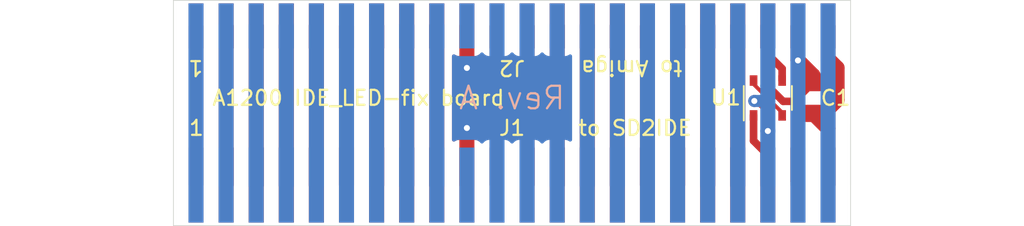
<source format=kicad_pcb>
(kicad_pcb (version 20171130) (host pcbnew "(5.1.6-0)")

  (general
    (thickness 1.6)
    (drawings 10)
    (tracks 85)
    (zones 0)
    (modules 4)
    (nets 44)
  )

  (page A4)
  (layers
    (0 F.Cu signal)
    (31 B.Cu signal)
    (32 B.Adhes user)
    (33 F.Adhes user)
    (34 B.Paste user)
    (35 F.Paste user)
    (36 B.SilkS user)
    (37 F.SilkS user)
    (38 B.Mask user)
    (39 F.Mask user)
    (40 Dwgs.User user)
    (41 Cmts.User user)
    (42 Eco1.User user)
    (43 Eco2.User user)
    (44 Edge.Cuts user)
    (45 Margin user)
    (46 B.CrtYd user)
    (47 F.CrtYd user)
    (48 B.Fab user)
    (49 F.Fab user)
  )

  (setup
    (last_trace_width 1)
    (user_trace_width 0.254)
    (user_trace_width 0.381)
    (user_trace_width 0.5)
    (user_trace_width 0.508)
    (user_trace_width 0.8)
    (user_trace_width 1)
    (user_trace_width 1.27)
    (trace_clearance 0.2)
    (zone_clearance 0.508)
    (zone_45_only no)
    (trace_min 0.2)
    (via_size 0.8)
    (via_drill 0.4)
    (via_min_size 0.4)
    (via_min_drill 0.3)
    (user_via 0.5 0.3)
    (uvia_size 0.3)
    (uvia_drill 0.1)
    (uvias_allowed no)
    (uvia_min_size 0.2)
    (uvia_min_drill 0.1)
    (edge_width 0.05)
    (segment_width 0.2)
    (pcb_text_width 0.3)
    (pcb_text_size 1.5 1.5)
    (mod_edge_width 0.12)
    (mod_text_size 1 1)
    (mod_text_width 0.15)
    (pad_size 5 1)
    (pad_drill 0)
    (pad_to_mask_clearance 0.05)
    (aux_axis_origin 0 0)
    (visible_elements FFFFFF7F)
    (pcbplotparams
      (layerselection 0x010fc_ffffffff)
      (usegerberextensions false)
      (usegerberattributes true)
      (usegerberadvancedattributes true)
      (creategerberjobfile true)
      (excludeedgelayer true)
      (linewidth 0.100000)
      (plotframeref false)
      (viasonmask false)
      (mode 1)
      (useauxorigin false)
      (hpglpennumber 1)
      (hpglpenspeed 20)
      (hpglpendiameter 15.000000)
      (psnegative false)
      (psa4output false)
      (plotreference true)
      (plotvalue true)
      (plotinvisibletext false)
      (padsonsilk false)
      (subtractmaskfromsilk false)
      (outputformat 1)
      (mirror false)
      (drillshape 0)
      (scaleselection 1)
      (outputdirectory "out/"))
  )

  (net 0 "")
  (net 1 GND)
  (net 2 "Net-(U1-Pad3)")
  (net 3 ACTIVE)
  (net 4 VCC)
  (net 5 RESET)
  (net 6 TYPE)
  (net 7 CS3)
  (net 8 CS1)
  (net 9 A2)
  (net 10 A0)
  (net 11 D66DET)
  (net 12 A1)
  (net 13 IOCS16)
  (net 14 INTRQ)
  (net 15 DMACK)
  (net 16 CSEL)
  (net 17 IORDY)
  (net 18 IOR)
  (net 19 IOW)
  (net 20 DMARQ)
  (net 21 "Net-(J1-Pad20)")
  (net 22 D15)
  (net 23 D0)
  (net 24 D14)
  (net 25 D1)
  (net 26 D13)
  (net 27 D2)
  (net 28 D12)
  (net 29 D3)
  (net 30 D11)
  (net 31 D4)
  (net 32 D10)
  (net 33 D5)
  (net 34 D9)
  (net 35 D6)
  (net 36 D8)
  (net 37 D7)
  (net 38 "Net-(J2-Pad20)")
  (net 39 IDE_LED)
  (net 40 GND_2)
  (net 41 GND_30)
  (net 42 GND_43)
  (net 43 GND_40)

  (net_class Default "This is the default net class."
    (clearance 0.2)
    (trace_width 0.25)
    (via_dia 0.8)
    (via_drill 0.4)
    (uvia_dia 0.3)
    (uvia_drill 0.1)
    (add_net A0)
    (add_net A1)
    (add_net A2)
    (add_net ACTIVE)
    (add_net CS1)
    (add_net CS3)
    (add_net CSEL)
    (add_net D0)
    (add_net D1)
    (add_net D10)
    (add_net D11)
    (add_net D12)
    (add_net D13)
    (add_net D14)
    (add_net D15)
    (add_net D2)
    (add_net D3)
    (add_net D4)
    (add_net D5)
    (add_net D6)
    (add_net D66DET)
    (add_net D7)
    (add_net D8)
    (add_net D9)
    (add_net DMACK)
    (add_net DMARQ)
    (add_net GND)
    (add_net GND_2)
    (add_net GND_30)
    (add_net GND_40)
    (add_net GND_43)
    (add_net IDE_LED)
    (add_net INTRQ)
    (add_net IOCS16)
    (add_net IOR)
    (add_net IORDY)
    (add_net IOW)
    (add_net "Net-(J1-Pad20)")
    (add_net "Net-(J2-Pad20)")
    (add_net "Net-(U1-Pad3)")
    (add_net RESET)
    (add_net TYPE)
    (add_net VCC)
  )

  (module Capacitor_SMD:C_0805_2012Metric_Pad1.15x1.40mm_HandSolder (layer F.Cu) (tedit 622BEC35) (tstamp 6230D407)
    (at 162 92.5 90)
    (descr "Capacitor SMD 0805 (2012 Metric), square (rectangular) end terminal, IPC_7351 nominal with elongated pad for handsoldering. (Body size source: https://docs.google.com/spreadsheets/d/1BsfQQcO9C6DZCsRaXUlFlo91Tg2WpOkGARC1WS5S8t0/edit?usp=sharing), generated with kicad-footprint-generator")
    (tags "capacitor handsolder")
    (path /62296F98)
    (attr smd)
    (fp_text reference C1 (at 0 1.5 180) (layer F.SilkS)
      (effects (font (size 1 1) (thickness 0.15)))
    )
    (fp_text value 0.1uF (at 0 1.65 90) (layer F.Fab) hide
      (effects (font (size 1 1) (thickness 0.15)))
    )
    (fp_line (start -1 0.6) (end -1 -0.6) (layer F.Fab) (width 0.1))
    (fp_line (start -1 -0.6) (end 1 -0.6) (layer F.Fab) (width 0.1))
    (fp_line (start 1 -0.6) (end 1 0.6) (layer F.Fab) (width 0.1))
    (fp_line (start 1 0.6) (end -1 0.6) (layer F.Fab) (width 0.1))
    (fp_line (start -1.85 0.95) (end -1.85 -0.95) (layer F.CrtYd) (width 0.05))
    (fp_line (start -1.85 -0.95) (end 1.85 -0.95) (layer F.CrtYd) (width 0.05))
    (fp_line (start 1.85 -0.95) (end 1.85 0.95) (layer F.CrtYd) (width 0.05))
    (fp_line (start 1.85 0.95) (end -1.85 0.95) (layer F.CrtYd) (width 0.05))
    (fp_text user %R (at 0 0 90) (layer F.Fab) hide
      (effects (font (size 0.5 0.5) (thickness 0.08)))
    )
    (pad 2 smd roundrect (at 1.025 0 90) (size 1.15 1.4) (layers F.Cu F.Paste F.Mask) (roundrect_rratio 0.217391)
      (net 4 VCC))
    (pad 1 smd roundrect (at -1.025 0 90) (size 1.15 1.4) (layers F.Cu F.Paste F.Mask) (roundrect_rratio 0.217391)
      (net 42 GND_43))
    (model ${KISYS3DMOD}/Capacitor_SMD.3dshapes/C_0805_2012Metric.wrl
      (at (xyz 0 0 0))
      (scale (xyz 1 1 1))
      (rotate (xyz 0 0 0))
    )
  )

  (module A1200_IDE_LED_fix_board:PinHeader_2x22_P2.00mm_EdgeMount_SMD (layer F.Cu) (tedit 622BE4D1) (tstamp 6230655D)
    (at 142 87.7 180)
    (descr "surface-mounted straight pin header, 2x22, 2.00mm pitch, double rows")
    (tags "Surface mounted pin header SMD 2x22 2.00mm double row")
    (path /622F7080)
    (attr smd)
    (fp_text reference J2 (at 0 -2.8 180 unlocked) (layer F.SilkS)
      (effects (font (size 1 1) (thickness 0.15)))
    )
    (fp_text value Conn_02x22_Odd_Even (at 0 -3.1 180) (layer F.Fab) hide
      (effects (font (size 1 1) (thickness 0.15)))
    )
    (fp_line (start -22 1.2) (end -22 -1.2) (layer F.Fab) (width 0.1))
    (fp_line (start 22 -0.6) (end 22 1.2) (layer F.Fab) (width 0.1))
    (fp_line (start -22 -1.2) (end 21.4 -1.2) (layer F.Fab) (width 0.1))
    (fp_line (start 21.4 -1.2) (end 22 -0.6) (layer F.Fab) (width 0.1))
    (fp_line (start 22 1.2) (end -22 1.2) (layer F.Fab) (width 0.1))
    (fp_line (start -20.75 1) (end -20.75 -1) (layer F.Fab) (width 0.1))
    (fp_line (start -20.75 -1) (end -21.25 -1) (layer F.Fab) (width 0.1))
    (fp_line (start -21.25 -1) (end -21.25 1) (layer F.Fab) (width 0.1))
    (fp_line (start -20.75 1) (end -21.25 1) (layer F.Fab) (width 0.1))
    (fp_line (start 22.5 -1.7) (end -22.5 -1.7) (layer F.CrtYd) (width 0.05))
    (fp_line (start -22.5 -1.7) (end -22.5 1.7) (layer F.CrtYd) (width 0.05))
    (fp_line (start -22.5 1.7) (end 22.5 1.7) (layer F.CrtYd) (width 0.05))
    (fp_line (start 22.5 1.7) (end 22.5 -1.7) (layer F.CrtYd) (width 0.05))
    (fp_line (start -34 1.7) (end 34 1.7) (layer Dwgs.User) (width 0.05))
    (fp_line (start -18.75 1) (end -18.75 -1) (layer F.Fab) (width 0.1))
    (fp_line (start -18.75 -1) (end -19.25 -1) (layer F.Fab) (width 0.1))
    (fp_line (start -19.25 -1) (end -19.25 1) (layer F.Fab) (width 0.1))
    (fp_line (start -18.75 1) (end -19.25 1) (layer F.Fab) (width 0.1))
    (fp_line (start -16.75 1) (end -16.75 -1) (layer F.Fab) (width 0.1))
    (fp_line (start -16.75 -1) (end -17.25 -1) (layer F.Fab) (width 0.1))
    (fp_line (start -17.25 -1) (end -17.25 1) (layer F.Fab) (width 0.1))
    (fp_line (start -16.75 1) (end -17.25 1) (layer F.Fab) (width 0.1))
    (fp_line (start -14.75 1) (end -14.75 -1) (layer F.Fab) (width 0.1))
    (fp_line (start -14.75 -1) (end -15.25 -1) (layer F.Fab) (width 0.1))
    (fp_line (start -15.25 -1) (end -15.25 1) (layer F.Fab) (width 0.1))
    (fp_line (start -14.75 1) (end -15.25 1) (layer F.Fab) (width 0.1))
    (fp_line (start -12.75 1) (end -12.75 -1) (layer F.Fab) (width 0.1))
    (fp_line (start -12.75 -1) (end -13.25 -1) (layer F.Fab) (width 0.1))
    (fp_line (start -13.25 -1) (end -13.25 1) (layer F.Fab) (width 0.1))
    (fp_line (start -12.75 1) (end -13.25 1) (layer F.Fab) (width 0.1))
    (fp_line (start -10.75 1) (end -10.75 -1) (layer F.Fab) (width 0.1))
    (fp_line (start -10.75 -1) (end -11.25 -1) (layer F.Fab) (width 0.1))
    (fp_line (start -11.25 -1) (end -11.25 1) (layer F.Fab) (width 0.1))
    (fp_line (start -10.75 1) (end -11.25 1) (layer F.Fab) (width 0.1))
    (fp_line (start -8.75 1) (end -8.75 -1) (layer F.Fab) (width 0.1))
    (fp_line (start -8.75 -1) (end -9.25 -1) (layer F.Fab) (width 0.1))
    (fp_line (start -9.25 -1) (end -9.25 1) (layer F.Fab) (width 0.1))
    (fp_line (start -8.75 1) (end -9.25 1) (layer F.Fab) (width 0.1))
    (fp_line (start -6.75 1) (end -6.75 -1) (layer F.Fab) (width 0.1))
    (fp_line (start -6.75 -1) (end -7.25 -1) (layer F.Fab) (width 0.1))
    (fp_line (start -7.25 -1) (end -7.25 1) (layer F.Fab) (width 0.1))
    (fp_line (start -6.75 1) (end -7.25 1) (layer F.Fab) (width 0.1))
    (fp_line (start -4.75 1) (end -4.75 -1) (layer F.Fab) (width 0.1))
    (fp_line (start -4.75 -1) (end -5.25 -1) (layer F.Fab) (width 0.1))
    (fp_line (start -5.25 -1) (end -5.25 1) (layer F.Fab) (width 0.1))
    (fp_line (start -4.75 1) (end -5.25 1) (layer F.Fab) (width 0.1))
    (fp_line (start -2.75 1) (end -2.75 -1) (layer F.Fab) (width 0.1))
    (fp_line (start -2.75 -1) (end -3.25 -1) (layer F.Fab) (width 0.1))
    (fp_line (start -3.25 -1) (end -3.25 1) (layer F.Fab) (width 0.1))
    (fp_line (start -2.75 1) (end -3.25 1) (layer F.Fab) (width 0.1))
    (fp_line (start -0.75 1) (end -0.75 -1) (layer F.Fab) (width 0.1))
    (fp_line (start -0.75 -1) (end -1.25 -1) (layer F.Fab) (width 0.1))
    (fp_line (start -1.25 -1) (end -1.25 1) (layer F.Fab) (width 0.1))
    (fp_line (start -0.75 1) (end -1.25 1) (layer F.Fab) (width 0.1))
    (fp_line (start 1.25 1) (end 1.25 -1) (layer F.Fab) (width 0.1))
    (fp_line (start 1.25 -1) (end 0.75 -1) (layer F.Fab) (width 0.1))
    (fp_line (start 0.75 -1) (end 0.75 1) (layer F.Fab) (width 0.1))
    (fp_line (start 1.25 1) (end 0.75 1) (layer F.Fab) (width 0.1))
    (fp_line (start 3.25 1) (end 3.25 -1) (layer F.Fab) (width 0.1))
    (fp_line (start 3.25 -1) (end 2.75 -1) (layer F.Fab) (width 0.1))
    (fp_line (start 2.75 -1) (end 2.75 1) (layer F.Fab) (width 0.1))
    (fp_line (start 3.25 1) (end 2.75 1) (layer F.Fab) (width 0.1))
    (fp_line (start 5.25 1) (end 5.25 -1) (layer F.Fab) (width 0.1))
    (fp_line (start 5.25 -1) (end 4.75 -1) (layer F.Fab) (width 0.1))
    (fp_line (start 4.75 -1) (end 4.75 1) (layer F.Fab) (width 0.1))
    (fp_line (start 5.25 1) (end 4.75 1) (layer F.Fab) (width 0.1))
    (fp_line (start 7.25 1) (end 7.25 -1) (layer F.Fab) (width 0.1))
    (fp_line (start 7.25 -1) (end 6.75 -1) (layer F.Fab) (width 0.1))
    (fp_line (start 6.75 -1) (end 6.75 1) (layer F.Fab) (width 0.1))
    (fp_line (start 7.25 1) (end 6.75 1) (layer F.Fab) (width 0.1))
    (fp_line (start 9.25 1) (end 9.25 -1) (layer F.Fab) (width 0.1))
    (fp_line (start 9.25 -1) (end 8.75 -1) (layer F.Fab) (width 0.1))
    (fp_line (start 8.75 -1) (end 8.75 1) (layer F.Fab) (width 0.1))
    (fp_line (start 9.25 1) (end 8.75 1) (layer F.Fab) (width 0.1))
    (fp_line (start 11.25 1) (end 11.25 -1) (layer F.Fab) (width 0.1))
    (fp_line (start 11.25 -1) (end 10.75 -1) (layer F.Fab) (width 0.1))
    (fp_line (start 10.75 -1) (end 10.75 1) (layer F.Fab) (width 0.1))
    (fp_line (start 11.25 1) (end 10.75 1) (layer F.Fab) (width 0.1))
    (fp_line (start 13.25 1) (end 13.25 -1) (layer F.Fab) (width 0.1))
    (fp_line (start 13.25 -1) (end 12.75 -1) (layer F.Fab) (width 0.1))
    (fp_line (start 12.75 -1) (end 12.75 1) (layer F.Fab) (width 0.1))
    (fp_line (start 13.25 1) (end 12.75 1) (layer F.Fab) (width 0.1))
    (fp_line (start 15.25 1) (end 15.25 -1) (layer F.Fab) (width 0.1))
    (fp_line (start 15.25 -1) (end 14.75 -1) (layer F.Fab) (width 0.1))
    (fp_line (start 14.75 -1) (end 14.75 1) (layer F.Fab) (width 0.1))
    (fp_line (start 15.25 1) (end 14.75 1) (layer F.Fab) (width 0.1))
    (fp_line (start 17.25 1) (end 17.25 -1) (layer F.Fab) (width 0.1))
    (fp_line (start 17.25 -1) (end 16.75 -1) (layer F.Fab) (width 0.1))
    (fp_line (start 16.75 -1) (end 16.75 1) (layer F.Fab) (width 0.1))
    (fp_line (start 17.25 1) (end 16.75 1) (layer F.Fab) (width 0.1))
    (fp_line (start 19.25 1) (end 19.25 -1) (layer F.Fab) (width 0.1))
    (fp_line (start 19.25 -1) (end 18.75 -1) (layer F.Fab) (width 0.1))
    (fp_line (start 18.75 -1) (end 18.75 1) (layer F.Fab) (width 0.1))
    (fp_line (start 19.25 1) (end 18.75 1) (layer F.Fab) (width 0.1))
    (fp_line (start 21.25 1) (end 21.25 -1) (layer F.Fab) (width 0.1))
    (fp_line (start 21.25 -1) (end 20.75 -1) (layer F.Fab) (width 0.1))
    (fp_line (start 20.75 -1) (end 20.75 1) (layer F.Fab) (width 0.1))
    (fp_line (start 21.25 1) (end 20.75 1) (layer F.Fab) (width 0.1))
    (fp_text user %R (at 0 -1.6) (layer F.Fab) hide
      (effects (font (size 1 1) (thickness 0.15)))
    )
    (fp_text user "PCB edge" (at -25 0.7 180) (layer Dwgs.User)
      (effects (font (size 0.5 0.5) (thickness 0.075)))
    )
    (pad 44 smd rect (at -21 0 270) (size 3 1) (layers B.Cu B.Paste B.Mask)
      (net 6 TYPE))
    (pad 43 smd rect (at -21 0 90) (size 3 1) (layers F.Cu F.Paste F.Mask)
      (net 42 GND_43))
    (pad 42 smd rect (at -19 0 270) (size 3 1) (layers B.Cu B.Paste B.Mask)
      (net 4 VCC))
    (pad 41 smd rect (at -19 0 90) (size 3 1) (layers F.Cu F.Paste F.Mask)
      (net 4 VCC))
    (pad 40 smd rect (at -17 0 270) (size 3 1) (layers B.Cu B.Paste B.Mask)
      (net 43 GND_40))
    (pad 39 smd rect (at -17 0 90) (size 3 1) (layers F.Cu F.Paste F.Mask)
      (net 39 IDE_LED))
    (pad 38 smd rect (at -15 0 270) (size 3 1) (layers B.Cu B.Paste B.Mask)
      (net 7 CS3))
    (pad 37 smd rect (at -15 0 90) (size 3 1) (layers F.Cu F.Paste F.Mask)
      (net 8 CS1))
    (pad 36 smd rect (at -13 0 270) (size 3 1) (layers B.Cu B.Paste B.Mask)
      (net 9 A2))
    (pad 35 smd rect (at -13 0 90) (size 3 1) (layers F.Cu F.Paste F.Mask)
      (net 10 A0))
    (pad 34 smd rect (at -11 0 270) (size 3 1) (layers B.Cu B.Paste B.Mask)
      (net 11 D66DET))
    (pad 33 smd rect (at -11 0 90) (size 3 1) (layers F.Cu F.Paste F.Mask)
      (net 12 A1))
    (pad 32 smd rect (at -9 0 270) (size 3 1) (layers B.Cu B.Paste B.Mask)
      (net 13 IOCS16))
    (pad 31 smd rect (at -9 0 90) (size 3 1) (layers F.Cu F.Paste F.Mask)
      (net 14 INTRQ))
    (pad 30 smd rect (at -7 0 270) (size 3 1) (layers B.Cu B.Paste B.Mask)
      (net 41 GND_30))
    (pad 29 smd rect (at -7 0 90) (size 3 1) (layers F.Cu F.Paste F.Mask)
      (net 15 DMACK))
    (pad 28 smd rect (at -5 0 270) (size 3 1) (layers B.Cu B.Paste B.Mask)
      (net 16 CSEL))
    (pad 27 smd rect (at -5 0 90) (size 3 1) (layers F.Cu F.Paste F.Mask)
      (net 17 IORDY))
    (pad 26 smd rect (at -3 0 270) (size 3 1) (layers B.Cu B.Paste B.Mask)
      (net 1 GND))
    (pad 25 smd rect (at -3 0 90) (size 3 1) (layers F.Cu F.Paste F.Mask)
      (net 18 IOR))
    (pad 24 smd rect (at -1 0 270) (size 3 1) (layers B.Cu B.Paste B.Mask)
      (net 1 GND) (zone_connect 0))
    (pad 23 smd rect (at -1 0 90) (size 3 1) (layers F.Cu F.Paste F.Mask)
      (net 19 IOW))
    (pad 22 smd rect (at 1 0 270) (size 3 1) (layers B.Cu B.Paste B.Mask)
      (net 1 GND))
    (pad 21 smd rect (at 1 0 90) (size 3 1) (layers F.Cu F.Paste F.Mask)
      (net 20 DMARQ))
    (pad 20 smd rect (at 3 0 270) (size 3 1) (layers B.Cu B.Paste B.Mask)
      (net 38 "Net-(J2-Pad20)"))
    (pad 19 smd rect (at 3 0 90) (size 3 1) (layers F.Cu F.Paste F.Mask)
      (net 1 GND))
    (pad 18 smd rect (at 5 0 270) (size 3 1) (layers B.Cu B.Paste B.Mask)
      (net 22 D15))
    (pad 17 smd rect (at 5 0 90) (size 3 1) (layers F.Cu F.Paste F.Mask)
      (net 23 D0))
    (pad 16 smd rect (at 7 0 270) (size 3 1) (layers B.Cu B.Paste B.Mask)
      (net 24 D14))
    (pad 15 smd rect (at 7 0 90) (size 3 1) (layers F.Cu F.Paste F.Mask)
      (net 25 D1))
    (pad 14 smd rect (at 9 0 270) (size 3 1) (layers B.Cu B.Paste B.Mask)
      (net 26 D13))
    (pad 13 smd rect (at 9 0 90) (size 3 1) (layers F.Cu F.Paste F.Mask)
      (net 27 D2))
    (pad 12 smd rect (at 11 0 270) (size 3 1) (layers B.Cu B.Paste B.Mask)
      (net 28 D12))
    (pad 11 smd rect (at 11 0 90) (size 3 1) (layers F.Cu F.Paste F.Mask)
      (net 29 D3))
    (pad 10 smd rect (at 13 0 270) (size 3 1) (layers B.Cu B.Paste B.Mask)
      (net 30 D11))
    (pad 9 smd rect (at 13 0 90) (size 3 1) (layers F.Cu F.Paste F.Mask)
      (net 31 D4))
    (pad 8 smd rect (at 15 0 270) (size 3 1) (layers B.Cu B.Paste B.Mask)
      (net 32 D10))
    (pad 7 smd rect (at 15 0 90) (size 3 1) (layers F.Cu F.Paste F.Mask)
      (net 33 D5))
    (pad 6 smd rect (at 17 0 270) (size 3 1) (layers B.Cu B.Paste B.Mask)
      (net 34 D9))
    (pad 5 smd rect (at 17 0 90) (size 3 1) (layers F.Cu F.Paste F.Mask)
      (net 35 D6))
    (pad 4 smd rect (at 19 0 270) (size 3 1) (layers B.Cu B.Paste B.Mask)
      (net 36 D8))
    (pad 3 smd rect (at 19 0 90) (size 3 1) (layers F.Cu F.Paste F.Mask)
      (net 37 D7))
    (pad 2 smd rect (at 21 0 270) (size 3 1) (layers B.Cu B.Paste B.Mask)
      (net 40 GND_2))
    (pad 1 smd rect (at 21 0 90) (size 3 1) (layers F.Cu F.Paste F.Mask)
      (net 5 RESET))
    (model ${KISYS3DMOD}/Connector_PinHeader_2.00mm.3dshapes/PinHeader_2x22_P2.00mm_Vertical.wrl
      (offset (xyz -21 -1.5 -1.87))
      (scale (xyz 1 1 1))
      (rotate (xyz 180 90 90))
    )
  )

  (module A1200_IDE_LED_fix_board:PinSocket_2x22_P2.00mm_EdgeMount_SMD (layer F.Cu) (tedit 622BE4E8) (tstamp 6230BA5B)
    (at 142 98.3 180)
    (descr "surface-mounted straight pin header, 2x22, 2.00mm pitch, double rows")
    (tags "Surface mounted pin header SMD 2x22 2.00mm double row")
    (path /622EA358)
    (attr smd)
    (fp_text reference J1 (at 0 3.8 180) (layer F.SilkS)
      (effects (font (size 1 1) (thickness 0.15)))
    )
    (fp_text value Conn_02x22_Odd_Even (at 0 -3.1 180) (layer F.Fab) hide
      (effects (font (size 1 1) (thickness 0.15)))
    )
    (fp_line (start -22 2.2) (end -22 -2.2) (layer F.Fab) (width 0.1))
    (fp_line (start 22 -1.6) (end 22 2.2) (layer F.Fab) (width 0.1))
    (fp_line (start -22 -2.2) (end 21.4 -2.2) (layer F.Fab) (width 0.1))
    (fp_line (start 21.4 -2.2) (end 22 -1.6) (layer F.Fab) (width 0.1))
    (fp_line (start 22 2.2) (end -22 2.2) (layer F.Fab) (width 0.1))
    (fp_line (start -20.75 1.9) (end -20.75 -1.9) (layer F.Fab) (width 0.1))
    (fp_line (start -20.75 -1.9) (end -21.25 -1.9) (layer F.Fab) (width 0.1))
    (fp_line (start -21.25 -1.9) (end -21.25 1.9) (layer F.Fab) (width 0.1))
    (fp_line (start -20.75 1.9) (end -21.25 1.9) (layer F.Fab) (width 0.1))
    (fp_line (start 22.5 -2.7) (end -22.5 -2.7) (layer F.CrtYd) (width 0.05))
    (fp_line (start -22.5 -2.7) (end -22.5 2.7) (layer F.CrtYd) (width 0.05))
    (fp_line (start -22.5 2.7) (end 22.5 2.7) (layer F.CrtYd) (width 0.05))
    (fp_line (start 22.5 2.7) (end 22.5 -2.7) (layer F.CrtYd) (width 0.05))
    (fp_line (start -34 -2.7) (end 34 -2.7) (layer Dwgs.User) (width 0.05))
    (fp_line (start -18.75 1.9) (end -18.75 -1.9) (layer F.Fab) (width 0.1))
    (fp_line (start -18.75 -1.9) (end -19.25 -1.9) (layer F.Fab) (width 0.1))
    (fp_line (start -19.25 -1.9) (end -19.25 1.9) (layer F.Fab) (width 0.1))
    (fp_line (start -18.75 1.9) (end -19.25 1.9) (layer F.Fab) (width 0.1))
    (fp_line (start -16.75 1.9) (end -16.75 -1.9) (layer F.Fab) (width 0.1))
    (fp_line (start -16.75 -1.9) (end -17.25 -1.9) (layer F.Fab) (width 0.1))
    (fp_line (start -17.25 -1.9) (end -17.25 1.9) (layer F.Fab) (width 0.1))
    (fp_line (start -16.75 1.9) (end -17.25 1.9) (layer F.Fab) (width 0.1))
    (fp_line (start -14.75 1.9) (end -14.75 -1.9) (layer F.Fab) (width 0.1))
    (fp_line (start -14.75 -1.9) (end -15.25 -1.9) (layer F.Fab) (width 0.1))
    (fp_line (start -15.25 -1.9) (end -15.25 1.9) (layer F.Fab) (width 0.1))
    (fp_line (start -14.75 1.9) (end -15.25 1.9) (layer F.Fab) (width 0.1))
    (fp_line (start -12.75 1.9) (end -12.75 -1.9) (layer F.Fab) (width 0.1))
    (fp_line (start -12.75 -1.9) (end -13.25 -1.9) (layer F.Fab) (width 0.1))
    (fp_line (start -13.25 -1.9) (end -13.25 1.9) (layer F.Fab) (width 0.1))
    (fp_line (start -12.75 1.9) (end -13.25 1.9) (layer F.Fab) (width 0.1))
    (fp_line (start -10.75 1.9) (end -10.75 -1.9) (layer F.Fab) (width 0.1))
    (fp_line (start -10.75 -1.9) (end -11.25 -1.9) (layer F.Fab) (width 0.1))
    (fp_line (start -11.25 -1.9) (end -11.25 1.9) (layer F.Fab) (width 0.1))
    (fp_line (start -10.75 1.9) (end -11.25 1.9) (layer F.Fab) (width 0.1))
    (fp_line (start -8.75 1.9) (end -8.75 -1.9) (layer F.Fab) (width 0.1))
    (fp_line (start -8.75 -1.9) (end -9.25 -1.9) (layer F.Fab) (width 0.1))
    (fp_line (start -9.25 -1.9) (end -9.25 1.9) (layer F.Fab) (width 0.1))
    (fp_line (start -8.75 1.9) (end -9.25 1.9) (layer F.Fab) (width 0.1))
    (fp_line (start -6.75 1.9) (end -6.75 -1.9) (layer F.Fab) (width 0.1))
    (fp_line (start -6.75 -1.9) (end -7.25 -1.9) (layer F.Fab) (width 0.1))
    (fp_line (start -7.25 -1.9) (end -7.25 1.9) (layer F.Fab) (width 0.1))
    (fp_line (start -6.75 1.9) (end -7.25 1.9) (layer F.Fab) (width 0.1))
    (fp_line (start -4.75 1.9) (end -4.75 -1.9) (layer F.Fab) (width 0.1))
    (fp_line (start -4.75 -1.9) (end -5.25 -1.9) (layer F.Fab) (width 0.1))
    (fp_line (start -5.25 -1.9) (end -5.25 1.9) (layer F.Fab) (width 0.1))
    (fp_line (start -4.75 1.9) (end -5.25 1.9) (layer F.Fab) (width 0.1))
    (fp_line (start -2.75 1.9) (end -2.75 -1.9) (layer F.Fab) (width 0.1))
    (fp_line (start -2.75 -1.9) (end -3.25 -1.9) (layer F.Fab) (width 0.1))
    (fp_line (start -3.25 -1.9) (end -3.25 1.9) (layer F.Fab) (width 0.1))
    (fp_line (start -2.75 1.9) (end -3.25 1.9) (layer F.Fab) (width 0.1))
    (fp_line (start -0.75 1.9) (end -0.75 -1.9) (layer F.Fab) (width 0.1))
    (fp_line (start -0.75 -1.9) (end -1.25 -1.9) (layer F.Fab) (width 0.1))
    (fp_line (start -1.25 -1.9) (end -1.25 1.9) (layer F.Fab) (width 0.1))
    (fp_line (start -0.75 1.9) (end -1.25 1.9) (layer F.Fab) (width 0.1))
    (fp_line (start 1.25 1.9) (end 1.25 -1.9) (layer F.Fab) (width 0.1))
    (fp_line (start 1.25 -1.9) (end 0.75 -1.9) (layer F.Fab) (width 0.1))
    (fp_line (start 0.75 -1.9) (end 0.75 1.9) (layer F.Fab) (width 0.1))
    (fp_line (start 1.25 1.9) (end 0.75 1.9) (layer F.Fab) (width 0.1))
    (fp_line (start 3.25 1.9) (end 3.25 -1.9) (layer F.Fab) (width 0.1))
    (fp_line (start 3.25 -1.9) (end 2.75 -1.9) (layer F.Fab) (width 0.1))
    (fp_line (start 2.75 -1.9) (end 2.75 1.9) (layer F.Fab) (width 0.1))
    (fp_line (start 3.25 1.9) (end 2.75 1.9) (layer F.Fab) (width 0.1))
    (fp_line (start 5.25 1.9) (end 5.25 -1.9) (layer F.Fab) (width 0.1))
    (fp_line (start 5.25 -1.9) (end 4.75 -1.9) (layer F.Fab) (width 0.1))
    (fp_line (start 4.75 -1.9) (end 4.75 1.9) (layer F.Fab) (width 0.1))
    (fp_line (start 5.25 1.9) (end 4.75 1.9) (layer F.Fab) (width 0.1))
    (fp_line (start 7.25 1.9) (end 7.25 -1.9) (layer F.Fab) (width 0.1))
    (fp_line (start 7.25 -1.9) (end 6.75 -1.9) (layer F.Fab) (width 0.1))
    (fp_line (start 6.75 -1.9) (end 6.75 1.9) (layer F.Fab) (width 0.1))
    (fp_line (start 7.25 1.9) (end 6.75 1.9) (layer F.Fab) (width 0.1))
    (fp_line (start 9.25 1.9) (end 9.25 -1.9) (layer F.Fab) (width 0.1))
    (fp_line (start 9.25 -1.9) (end 8.75 -1.9) (layer F.Fab) (width 0.1))
    (fp_line (start 8.75 -1.9) (end 8.75 1.9) (layer F.Fab) (width 0.1))
    (fp_line (start 9.25 1.9) (end 8.75 1.9) (layer F.Fab) (width 0.1))
    (fp_line (start 11.25 1.9) (end 11.25 -1.9) (layer F.Fab) (width 0.1))
    (fp_line (start 11.25 -1.9) (end 10.75 -1.9) (layer F.Fab) (width 0.1))
    (fp_line (start 10.75 -1.9) (end 10.75 1.9) (layer F.Fab) (width 0.1))
    (fp_line (start 11.25 1.9) (end 10.75 1.9) (layer F.Fab) (width 0.1))
    (fp_line (start 13.25 1.9) (end 13.25 -1.9) (layer F.Fab) (width 0.1))
    (fp_line (start 13.25 -1.9) (end 12.75 -1.9) (layer F.Fab) (width 0.1))
    (fp_line (start 12.75 -1.9) (end 12.75 1.9) (layer F.Fab) (width 0.1))
    (fp_line (start 13.25 1.9) (end 12.75 1.9) (layer F.Fab) (width 0.1))
    (fp_line (start 15.25 1.9) (end 15.25 -1.9) (layer F.Fab) (width 0.1))
    (fp_line (start 15.25 -1.9) (end 14.75 -1.9) (layer F.Fab) (width 0.1))
    (fp_line (start 14.75 -1.9) (end 14.75 1.9) (layer F.Fab) (width 0.1))
    (fp_line (start 15.25 1.9) (end 14.75 1.9) (layer F.Fab) (width 0.1))
    (fp_line (start 17.25 1.9) (end 17.25 -1.9) (layer F.Fab) (width 0.1))
    (fp_line (start 17.25 -1.9) (end 16.75 -1.9) (layer F.Fab) (width 0.1))
    (fp_line (start 16.75 -1.9) (end 16.75 1.9) (layer F.Fab) (width 0.1))
    (fp_line (start 17.25 1.9) (end 16.75 1.9) (layer F.Fab) (width 0.1))
    (fp_line (start 19.25 1.9) (end 19.25 -1.9) (layer F.Fab) (width 0.1))
    (fp_line (start 19.25 -1.9) (end 18.75 -1.9) (layer F.Fab) (width 0.1))
    (fp_line (start 18.75 -1.9) (end 18.75 1.9) (layer F.Fab) (width 0.1))
    (fp_line (start 19.25 1.9) (end 18.75 1.9) (layer F.Fab) (width 0.1))
    (fp_line (start 21.25 1.9) (end 21.25 -1.9) (layer F.Fab) (width 0.1))
    (fp_line (start 21.25 -1.9) (end 20.75 -1.9) (layer F.Fab) (width 0.1))
    (fp_line (start 20.75 -1.9) (end 20.75 1.9) (layer F.Fab) (width 0.1))
    (fp_line (start 21.25 1.9) (end 20.75 1.9) (layer F.Fab) (width 0.1))
    (fp_text user %R (at 0 -1.6) (layer F.Fab) hide
      (effects (font (size 1 1) (thickness 0.15)))
    )
    (fp_text user "PCB edge" (at -25 -1.7 180) (layer Dwgs.User)
      (effects (font (size 0.5 0.5) (thickness 0.075)))
    )
    (pad 44 smd rect (at -21 0 270) (size 5 1) (layers B.Cu B.Paste B.Mask)
      (net 6 TYPE))
    (pad 43 smd rect (at -21 0 90) (size 5 1) (layers F.Cu F.Paste F.Mask)
      (net 42 GND_43))
    (pad 42 smd rect (at -19 0 270) (size 5 1) (layers B.Cu B.Paste B.Mask)
      (net 4 VCC))
    (pad 41 smd rect (at -19 0 90) (size 5 1) (layers F.Cu F.Paste F.Mask)
      (net 4 VCC))
    (pad 40 smd rect (at -17 0 270) (size 5 1) (layers B.Cu B.Paste B.Mask)
      (net 43 GND_40))
    (pad 39 smd rect (at -17 0 90) (size 5 1) (layers F.Cu F.Paste F.Mask)
      (net 3 ACTIVE))
    (pad 38 smd rect (at -15 0 270) (size 5 1) (layers B.Cu B.Paste B.Mask)
      (net 7 CS3))
    (pad 37 smd rect (at -15 0 90) (size 5 1) (layers F.Cu F.Paste F.Mask)
      (net 8 CS1))
    (pad 36 smd rect (at -13 0 270) (size 5 1) (layers B.Cu B.Paste B.Mask)
      (net 9 A2))
    (pad 35 smd rect (at -13 0 90) (size 5 1) (layers F.Cu F.Paste F.Mask)
      (net 10 A0))
    (pad 34 smd rect (at -11 0 270) (size 5 1) (layers B.Cu B.Paste B.Mask)
      (net 11 D66DET))
    (pad 33 smd rect (at -11 0 90) (size 5 1) (layers F.Cu F.Paste F.Mask)
      (net 12 A1))
    (pad 32 smd rect (at -9 0 270) (size 5 1) (layers B.Cu B.Paste B.Mask)
      (net 13 IOCS16))
    (pad 31 smd rect (at -9 0 90) (size 5 1) (layers F.Cu F.Paste F.Mask)
      (net 14 INTRQ))
    (pad 30 smd rect (at -7 0 270) (size 5 1) (layers B.Cu B.Paste B.Mask)
      (net 41 GND_30))
    (pad 29 smd rect (at -7 0 90) (size 5 1) (layers F.Cu F.Paste F.Mask)
      (net 15 DMACK))
    (pad 28 smd rect (at -5 0 270) (size 5 1) (layers B.Cu B.Paste B.Mask)
      (net 16 CSEL))
    (pad 27 smd rect (at -5 0 90) (size 5 1) (layers F.Cu F.Paste F.Mask)
      (net 17 IORDY))
    (pad 26 smd rect (at -3 0 270) (size 5 1) (layers B.Cu B.Paste B.Mask)
      (net 1 GND))
    (pad 25 smd rect (at -3 0 90) (size 5 1) (layers F.Cu F.Paste F.Mask)
      (net 18 IOR))
    (pad 24 smd rect (at -1 0 270) (size 5 1) (layers B.Cu B.Paste B.Mask)
      (net 1 GND) (zone_connect 0))
    (pad 23 smd rect (at -1 0 90) (size 5 1) (layers F.Cu F.Paste F.Mask)
      (net 19 IOW))
    (pad 22 smd rect (at 1 0 270) (size 5 1) (layers B.Cu B.Paste B.Mask)
      (net 1 GND))
    (pad 21 smd rect (at 1 0 90) (size 5 1) (layers F.Cu F.Paste F.Mask)
      (net 20 DMARQ))
    (pad 20 smd rect (at 3 0 270) (size 5 1) (layers B.Cu B.Paste B.Mask)
      (net 21 "Net-(J1-Pad20)"))
    (pad 19 smd rect (at 3 0 90) (size 5 1) (layers F.Cu F.Paste F.Mask)
      (net 1 GND))
    (pad 18 smd rect (at 5 0 270) (size 5 1) (layers B.Cu B.Paste B.Mask)
      (net 22 D15))
    (pad 17 smd rect (at 5 0 90) (size 5 1) (layers F.Cu F.Paste F.Mask)
      (net 23 D0))
    (pad 16 smd rect (at 7 0 270) (size 5 1) (layers B.Cu B.Paste B.Mask)
      (net 24 D14))
    (pad 15 smd rect (at 7 0 90) (size 5 1) (layers F.Cu F.Paste F.Mask)
      (net 25 D1))
    (pad 14 smd rect (at 9 0 270) (size 5 1) (layers B.Cu B.Paste B.Mask)
      (net 26 D13))
    (pad 13 smd rect (at 9 0 90) (size 5 1) (layers F.Cu F.Paste F.Mask)
      (net 27 D2))
    (pad 12 smd rect (at 11 0 270) (size 5 1) (layers B.Cu B.Paste B.Mask)
      (net 28 D12))
    (pad 11 smd rect (at 11 0 90) (size 5 1) (layers F.Cu F.Paste F.Mask)
      (net 29 D3))
    (pad 10 smd rect (at 13 0 270) (size 5 1) (layers B.Cu B.Paste B.Mask)
      (net 30 D11))
    (pad 9 smd rect (at 13 0 90) (size 5 1) (layers F.Cu F.Paste F.Mask)
      (net 31 D4))
    (pad 8 smd rect (at 15 0 270) (size 5 1) (layers B.Cu B.Paste B.Mask)
      (net 32 D10))
    (pad 7 smd rect (at 15 0 90) (size 5 1) (layers F.Cu F.Paste F.Mask)
      (net 33 D5))
    (pad 6 smd rect (at 17 0 270) (size 5 1) (layers B.Cu B.Paste B.Mask)
      (net 34 D9))
    (pad 5 smd rect (at 17 0 90) (size 5 1) (layers F.Cu F.Paste F.Mask)
      (net 35 D6))
    (pad 4 smd rect (at 19 0 270) (size 5 1) (layers B.Cu B.Paste B.Mask)
      (net 36 D8))
    (pad 3 smd rect (at 19 0 90) (size 5 1) (layers F.Cu F.Paste F.Mask)
      (net 37 D7))
    (pad 2 smd rect (at 21 0 270) (size 5 1) (layers B.Cu B.Paste B.Mask)
      (net 40 GND_2))
    (pad 1 smd rect (at 21 0 90) (size 5 1) (layers F.Cu F.Paste F.Mask)
      (net 5 RESET))
    (model ${KISYS3DMOD}/Connector_PinSocket_2.00mm.3dshapes/PinSocket_2x22_P2.00mm_Vertical.wrl
      (offset (xyz 21 1.5 0))
      (scale (xyz 1 1 1))
      (rotate (xyz 0 90 90))
    )
  )

  (module Package_SO:TSOP-6_1.65x3.05mm_P0.95mm (layer F.Cu) (tedit 5A02F25C) (tstamp 6229718F)
    (at 159 92.5 90)
    (descr "TSOP-6 package (comparable to TSOT-23), https://www.vishay.com/docs/71200/71200.pdf")
    (tags "Jedec MO-193C TSOP-6L")
    (path /6228DF9A)
    (attr smd)
    (fp_text reference U1 (at 0.025 -2.8 180) (layer F.SilkS)
      (effects (font (size 1 1) (thickness 0.15)))
    )
    (fp_text value 74HCT2G14 (at 0 2.5 90) (layer F.Fab) hide
      (effects (font (size 1 1) (thickness 0.15)))
    )
    (fp_line (start -0.8 1.6) (end 0.8 1.6) (layer F.SilkS) (width 0.12))
    (fp_line (start 0.8 -1.6) (end -1.5 -1.6) (layer F.SilkS) (width 0.12))
    (fp_line (start -0.825 -1.1) (end -0.425 -1.525) (layer F.Fab) (width 0.1))
    (fp_line (start 0.825 -1.525) (end -0.425 -1.525) (layer F.Fab) (width 0.1))
    (fp_line (start -0.825 -1.1) (end -0.825 1.525) (layer F.Fab) (width 0.1))
    (fp_line (start 0.825 1.525) (end -0.825 1.525) (layer F.Fab) (width 0.1))
    (fp_line (start 0.825 -1.525) (end 0.825 1.525) (layer F.Fab) (width 0.1))
    (fp_line (start -1.76 -1.78) (end 1.76 -1.78) (layer F.CrtYd) (width 0.05))
    (fp_line (start -1.76 -1.78) (end -1.76 1.77) (layer F.CrtYd) (width 0.05))
    (fp_line (start 1.76 1.77) (end 1.76 -1.78) (layer F.CrtYd) (width 0.05))
    (fp_line (start 1.76 1.77) (end -1.76 1.77) (layer F.CrtYd) (width 0.05))
    (fp_text user %R (at 0 0) (layer F.Fab) hide
      (effects (font (size 0.5 0.5) (thickness 0.075)))
    )
    (pad 6 smd rect (at 1.16 -0.95 90) (size 0.7 0.51) (layers F.Cu F.Paste F.Mask)
      (net 2 "Net-(U1-Pad3)"))
    (pad 5 smd rect (at 1.16 0 90) (size 0.7 0.51) (layers F.Cu F.Paste F.Mask)
      (net 4 VCC))
    (pad 4 smd rect (at 1.16 0.95 90) (size 0.7 0.51) (layers F.Cu F.Paste F.Mask)
      (net 39 IDE_LED))
    (pad 3 smd rect (at -1.16 0.95 90) (size 0.7 0.51) (layers F.Cu F.Paste F.Mask)
      (net 2 "Net-(U1-Pad3)"))
    (pad 2 smd rect (at -1.16 0 90) (size 0.7 0.51) (layers F.Cu F.Paste F.Mask)
      (net 43 GND_40))
    (pad 1 smd rect (at -1.16 -0.95 90) (size 0.7 0.51) (layers F.Cu F.Paste F.Mask)
      (net 3 ACTIVE))
    (model ${KISYS3DMOD}/Package_SO.3dshapes/TSOP-6_1.65x3.05mm_P0.95mm.wrl
      (at (xyz 0 0 0))
      (scale (xyz 1 1 1))
      (rotate (xyz 0 0 0))
    )
  )

  (gr_text 1 (at 121.55 90.5 180) (layer F.SilkS) (tstamp 62306A00)
    (effects (font (size 1 1) (thickness 0.15)) (justify left))
  )
  (gr_text 1 (at 120.45 94.5) (layer F.SilkS) (tstamp 623069FB)
    (effects (font (size 1 1) (thickness 0.15)) (justify left))
  )
  (gr_text "to Amiga" (at 153.4 90.5 180) (layer F.SilkS) (tstamp 623021A9)
    (effects (font (size 1 1) (thickness 0.15)) (justify left))
  )
  (gr_text "to SD2IDE" (at 146.3 94.5) (layer F.SilkS) (tstamp 6230219E)
    (effects (font (size 1 1) (thickness 0.15)) (justify left))
  )
  (gr_text "Rev. A" (at 142 92.5) (layer B.SilkS)
    (effects (font (size 1.5 1.5) (thickness 0.15)) (justify mirror))
  )
  (gr_text "A1200 IDE_LED-fix board" (at 122 92.5) (layer F.SilkS) (tstamp 6229CF12)
    (effects (font (size 1 1) (thickness 0.15)) (justify left))
  )
  (gr_line (start 164.49864 101) (end 119.5 101) (layer Edge.Cuts) (width 0.05) (tstamp 62295A66))
  (gr_line (start 164.5 86) (end 164.49864 101) (layer Edge.Cuts) (width 0.05) (tstamp 62295A62))
  (gr_line (start 119.5 86) (end 119.5 101) (layer Edge.Cuts) (width 0.05) (tstamp 62295A58))
  (gr_line (start 164.5 86) (end 119.5 86) (layer Edge.Cuts) (width 0.05) (tstamp 622C2E1F))

  (segment (start 143 92.5) (end 143 98.3) (width 1) (layer B.Cu) (net 1))
  (segment (start 143 87.7) (end 143 92.5) (width 1) (layer B.Cu) (net 1))
  (segment (start 141 92.5) (end 143 92.5) (width 1) (layer B.Cu) (net 1))
  (segment (start 141 87.7) (end 141 92.5) (width 1) (layer B.Cu) (net 1))
  (segment (start 141 92.5) (end 141 98.3) (width 1) (layer B.Cu) (net 1))
  (segment (start 143 92.5) (end 145 92.5) (width 1) (layer B.Cu) (net 1))
  (segment (start 145 92.5) (end 145 98.3) (width 1) (layer B.Cu) (net 1))
  (segment (start 145 87.7) (end 145 92.5) (width 1) (layer B.Cu) (net 1))
  (via (at 161 90) (size 0.8) (drill 0.4) (layers F.Cu B.Cu) (net 4))
  (segment (start 161 87.7) (end 161 98.3) (width 1) (layer B.Cu) (net 4))
  (segment (start 121 98.3) (end 121 87.7) (width 1) (layer F.Cu) (net 5))
  (segment (start 163 87.7) (end 163 90) (width 1) (layer B.Cu) (net 6))
  (segment (start 157 87.7) (end 157 98.3) (width 1) (layer B.Cu) (net 7))
  (segment (start 155 87.7) (end 155 98.3) (width 1) (layer B.Cu) (net 9))
  (segment (start 153 87.7) (end 153 98.3) (width 1) (layer B.Cu) (net 11))
  (segment (start 151 87.7) (end 151 98.3) (width 1) (layer B.Cu) (net 13))
  (segment (start 147 87.7) (end 147 98.3) (width 1) (layer B.Cu) (net 16))
  (segment (start 145 87.7) (end 145 98.3) (width 1) (layer F.Cu) (net 18))
  (segment (start 143 87.7) (end 143 98.3) (width 1) (layer F.Cu) (net 19))
  (segment (start 141 87.7) (end 141 98.3) (width 1) (layer F.Cu) (net 20))
  (segment (start 137 87.7) (end 137 98.3) (width 1) (layer B.Cu) (net 22))
  (segment (start 137 98.3) (end 137 87.7) (width 1) (layer F.Cu) (net 23))
  (segment (start 135 87.7) (end 135 98.3) (width 1) (layer B.Cu) (net 24))
  (segment (start 135 98.3) (end 135 87.7) (width 1) (layer F.Cu) (net 25))
  (segment (start 133 87.7) (end 133 98.3) (width 1) (layer B.Cu) (net 26))
  (segment (start 133 98.3) (end 133 87.7) (width 1) (layer F.Cu) (net 27))
  (segment (start 131 87.7) (end 131 98.3) (width 1) (layer B.Cu) (net 28))
  (segment (start 131 98.3) (end 131 87.7) (width 1) (layer F.Cu) (net 29))
  (segment (start 129 87.7) (end 129 98.3) (width 1) (layer B.Cu) (net 30))
  (segment (start 129 98.3) (end 129 87.7) (width 1) (layer F.Cu) (net 31))
  (segment (start 127 87.7) (end 127 98.3) (width 1) (layer B.Cu) (net 32))
  (segment (start 127 98.3) (end 127 87.7) (width 1) (layer F.Cu) (net 33))
  (segment (start 125 87.7) (end 125 98.3) (width 1) (layer B.Cu) (net 34))
  (segment (start 125 98.3) (end 125 87.7) (width 1) (layer F.Cu) (net 35))
  (segment (start 123 87.7) (end 123 98.3) (width 1) (layer B.Cu) (net 36))
  (segment (start 123 98.3) (end 123 87.7) (width 1) (layer F.Cu) (net 37))
  (segment (start 139 87.7) (end 139 90) (width 1) (layer F.Cu) (net 1))
  (segment (start 139 94) (end 139 98.3) (width 1) (layer F.Cu) (net 1) (tstamp 6230CBB8))
  (via (at 139 94.5) (size 0.8) (drill 0.4) (layers F.Cu B.Cu) (net 1))
  (segment (start 139 90) (end 139 94) (width 1) (layer F.Cu) (net 1) (tstamp 6230CBBC))
  (via (at 139 90.5) (size 0.8) (drill 0.4) (layers F.Cu B.Cu) (net 1))
  (segment (start 158.05 91.574038) (end 159.95 93.474038) (width 0.254) (layer F.Cu) (net 2))
  (segment (start 159 98.3) (end 159 96.3) (width 0.508) (layer F.Cu) (net 3))
  (segment (start 158.05 95.35) (end 158.05 93.66) (width 0.508) (layer F.Cu) (net 3))
  (segment (start 159 96.3) (end 158.05 95.35) (width 0.508) (layer F.Cu) (net 3))
  (segment (start 161 87.7) (end 161 90) (width 1) (layer F.Cu) (net 4))
  (segment (start 162 91) (end 161 90) (width 1) (layer F.Cu) (net 4))
  (segment (start 162 91.475) (end 162 91) (width 1) (layer F.Cu) (net 4))
  (segment (start 161 98.3) (end 160.75 98.05) (width 0.5) (layer F.Cu) (net 4))
  (segment (start 160.75 92.725) (end 162 91.475) (width 0.5) (layer F.Cu) (net 4))
  (segment (start 160.75 98.05) (end 160.75 92.725) (width 0.5) (layer F.Cu) (net 4))
  (segment (start 159 91.708024) (end 159 91.34) (width 0.5) (layer F.Cu) (net 4))
  (segment (start 160.016976 92.725) (end 159 91.708024) (width 0.5) (layer F.Cu) (net 4))
  (segment (start 160.75 92.725) (end 160.016976 92.725) (width 0.5) (layer F.Cu) (net 4))
  (segment (start 163 90) (end 163 98.3) (width 1) (layer B.Cu) (net 6) (tstamp 6230D589))
  (segment (start 157 87.7) (end 157 98.3) (width 1) (layer F.Cu) (net 8))
  (segment (start 155 87.7) (end 155 98.3) (width 1) (layer F.Cu) (net 10))
  (segment (start 153 87.7) (end 153 98.3) (width 1) (layer F.Cu) (net 12))
  (segment (start 151 87.7) (end 151 98.3) (width 1) (layer F.Cu) (net 14))
  (segment (start 149 87.7) (end 149 98.3) (width 1) (layer F.Cu) (net 15))
  (segment (start 147 87.7) (end 147 98.3) (width 1) (layer F.Cu) (net 17))
  (segment (start 159.95 90.55) (end 159.95 91.34) (width 0.508) (layer F.Cu) (net 39))
  (segment (start 159 89.6) (end 159.95 90.55) (width 0.508) (layer F.Cu) (net 39))
  (segment (start 159 87.7) (end 159 89.6) (width 0.508) (layer F.Cu) (net 39))
  (segment (start 121 87.7) (end 121 98.3) (width 1) (layer B.Cu) (net 40))
  (segment (start 149 87.7) (end 149 98.3) (width 1) (layer B.Cu) (net 41))
  (segment (start 163 89.900001) (end 163 87.7) (width 1) (layer F.Cu) (net 42))
  (segment (start 163 89.900001) (end 163.6 90.500001) (width 1) (layer F.Cu) (net 42))
  (segment (start 162.7 93.525) (end 162 93.525) (width 1) (layer F.Cu) (net 42))
  (segment (start 163.6 92.625) (end 162.7 93.525) (width 1) (layer F.Cu) (net 42))
  (segment (start 163.6 90.500001) (end 163.6 92.625) (width 1) (layer F.Cu) (net 42))
  (segment (start 163 94.525) (end 162 93.525) (width 1) (layer F.Cu) (net 42))
  (segment (start 163 98.3) (end 163 94.525) (width 1) (layer F.Cu) (net 42))
  (segment (start 163 93.225) (end 163.6 92.625) (width 1) (layer F.Cu) (net 42))
  (segment (start 163 94.525) (end 163 93.225) (width 1) (layer F.Cu) (net 42))
  (via (at 158.1 92.7) (size 0.8) (drill 0.4) (layers F.Cu B.Cu) (net 43))
  (segment (start 159 92.7) (end 158.1 92.7) (width 0.8) (layer B.Cu) (net 43))
  (segment (start 159 87.7) (end 159 91.7) (width 1) (layer B.Cu) (net 43))
  (segment (start 159 91.7) (end 159 94.7) (width 1) (layer B.Cu) (net 43))
  (segment (start 159 94.7) (end 159 98.3) (width 1) (layer B.Cu) (net 43) (tstamp 6230D0C3))
  (via (at 159 94.7) (size 0.8) (drill 0.4) (layers F.Cu B.Cu) (net 43))
  (segment (start 158.35429 92.7) (end 158.1 92.7) (width 0.508) (layer F.Cu) (net 43))
  (segment (start 159 93.34571) (end 158.35429 92.7) (width 0.508) (layer F.Cu) (net 43))
  (segment (start 159 93.66) (end 159 93.34571) (width 0.508) (layer F.Cu) (net 43))
  (segment (start 159 93.66) (end 159 94.7) (width 0.508) (layer F.Cu) (net 43))

  (zone (net 1) (net_name GND) (layer F.Cu) (tstamp 62307512) (hatch edge 0.508)
    (connect_pads (clearance 0.508))
    (min_thickness 0.254)
    (fill yes (arc_segments 32) (thermal_gap 0.508) (thermal_bridge_width 0.508))
    (polygon
      (pts
        (xy 164.5 101) (xy 119.5 101) (xy 119.5 86) (xy 164.5 86)
      )
    )
    (filled_polygon
      (pts
        (xy 139.127 87.573) (xy 139.147 87.573) (xy 139.147 87.827) (xy 139.127 87.827) (xy 139.127 89.67625)
        (xy 139.28575 89.835) (xy 139.5 89.838072) (xy 139.624482 89.825812) (xy 139.74418 89.789502) (xy 139.854494 89.730537)
        (xy 139.865 89.721915) (xy 139.865001 95.278086) (xy 139.854494 95.269463) (xy 139.74418 95.210498) (xy 139.624482 95.174188)
        (xy 139.5 95.161928) (xy 139.28575 95.165) (xy 139.127 95.32375) (xy 139.127 98.173) (xy 139.147 98.173)
        (xy 139.147 98.427) (xy 139.127 98.427) (xy 139.127 98.447) (xy 138.873 98.447) (xy 138.873 98.427)
        (xy 138.853 98.427) (xy 138.853 98.173) (xy 138.873 98.173) (xy 138.873 95.32375) (xy 138.71425 95.165)
        (xy 138.5 95.161928) (xy 138.375518 95.174188) (xy 138.25582 95.210498) (xy 138.145506 95.269463) (xy 138.135 95.278085)
        (xy 138.135 89.721915) (xy 138.145506 89.730537) (xy 138.25582 89.789502) (xy 138.375518 89.825812) (xy 138.5 89.838072)
        (xy 138.71425 89.835) (xy 138.873 89.67625) (xy 138.873 87.827) (xy 138.853 87.827) (xy 138.853 87.573)
        (xy 138.873 87.573) (xy 138.873 87.553) (xy 139.127 87.553)
      )
    )
  )
  (zone (net 1) (net_name GND) (layer B.Cu) (tstamp 6230BC70) (hatch edge 0.508)
    (connect_pads (clearance 0.508))
    (min_thickness 0.254)
    (fill yes (arc_segments 32) (thermal_gap 0.508) (thermal_bridge_width 0.508))
    (polygon
      (pts
        (xy 164.5 101) (xy 119.5 101) (xy 119.5 86) (xy 164.5 86)
      )
    )
    (filled_polygon
      (pts
        (xy 141.127 87.573) (xy 141.147 87.573) (xy 141.147 87.827) (xy 141.127 87.827) (xy 141.127 89.67625)
        (xy 141.28575 89.835) (xy 141.5 89.838072) (xy 141.624482 89.825812) (xy 141.74418 89.789502) (xy 141.854494 89.730537)
        (xy 141.951185 89.651185) (xy 142 89.591704) (xy 142.048815 89.651185) (xy 142.145506 89.730537) (xy 142.25582 89.789502)
        (xy 142.375518 89.825812) (xy 142.5 89.838072) (xy 143.5 89.838072) (xy 143.624482 89.825812) (xy 143.74418 89.789502)
        (xy 143.854494 89.730537) (xy 143.951185 89.651185) (xy 144 89.591704) (xy 144.048815 89.651185) (xy 144.145506 89.730537)
        (xy 144.25582 89.789502) (xy 144.375518 89.825812) (xy 144.5 89.838072) (xy 144.71425 89.835) (xy 144.873 89.67625)
        (xy 144.873 87.827) (xy 144.853 87.827) (xy 144.853 87.573) (xy 144.873 87.573) (xy 144.873 87.553)
        (xy 145.127 87.553) (xy 145.127 87.573) (xy 145.147 87.573) (xy 145.147 87.827) (xy 145.127 87.827)
        (xy 145.127 89.67625) (xy 145.28575 89.835) (xy 145.5 89.838072) (xy 145.624482 89.825812) (xy 145.74418 89.789502)
        (xy 145.854494 89.730537) (xy 145.865 89.721915) (xy 145.865001 95.278086) (xy 145.854494 95.269463) (xy 145.74418 95.210498)
        (xy 145.624482 95.174188) (xy 145.5 95.161928) (xy 145.28575 95.165) (xy 145.127 95.32375) (xy 145.127 98.173)
        (xy 145.147 98.173) (xy 145.147 98.427) (xy 145.127 98.427) (xy 145.127 98.447) (xy 144.873 98.447)
        (xy 144.873 98.427) (xy 144.853 98.427) (xy 144.853 98.173) (xy 144.873 98.173) (xy 144.873 95.32375)
        (xy 144.71425 95.165) (xy 144.5 95.161928) (xy 144.375518 95.174188) (xy 144.25582 95.210498) (xy 144.145506 95.269463)
        (xy 144.048815 95.348815) (xy 144 95.408296) (xy 143.951185 95.348815) (xy 143.854494 95.269463) (xy 143.74418 95.210498)
        (xy 143.624482 95.174188) (xy 143.5 95.161928) (xy 142.5 95.161928) (xy 142.375518 95.174188) (xy 142.25582 95.210498)
        (xy 142.145506 95.269463) (xy 142.048815 95.348815) (xy 142 95.408296) (xy 141.951185 95.348815) (xy 141.854494 95.269463)
        (xy 141.74418 95.210498) (xy 141.624482 95.174188) (xy 141.5 95.161928) (xy 141.28575 95.165) (xy 141.127 95.32375)
        (xy 141.127 98.173) (xy 141.147 98.173) (xy 141.147 98.427) (xy 141.127 98.427) (xy 141.127 98.447)
        (xy 140.873 98.447) (xy 140.873 98.427) (xy 140.853 98.427) (xy 140.853 98.173) (xy 140.873 98.173)
        (xy 140.873 95.32375) (xy 140.71425 95.165) (xy 140.5 95.161928) (xy 140.375518 95.174188) (xy 140.25582 95.210498)
        (xy 140.145506 95.269463) (xy 140.048815 95.348815) (xy 140 95.408296) (xy 139.951185 95.348815) (xy 139.854494 95.269463)
        (xy 139.74418 95.210498) (xy 139.624482 95.174188) (xy 139.5 95.161928) (xy 138.5 95.161928) (xy 138.375518 95.174188)
        (xy 138.25582 95.210498) (xy 138.145506 95.269463) (xy 138.135 95.278085) (xy 138.135 89.721915) (xy 138.145506 89.730537)
        (xy 138.25582 89.789502) (xy 138.375518 89.825812) (xy 138.5 89.838072) (xy 139.5 89.838072) (xy 139.624482 89.825812)
        (xy 139.74418 89.789502) (xy 139.854494 89.730537) (xy 139.951185 89.651185) (xy 140 89.591704) (xy 140.048815 89.651185)
        (xy 140.145506 89.730537) (xy 140.25582 89.789502) (xy 140.375518 89.825812) (xy 140.5 89.838072) (xy 140.71425 89.835)
        (xy 140.873 89.67625) (xy 140.873 87.827) (xy 140.853 87.827) (xy 140.853 87.573) (xy 140.873 87.573)
        (xy 140.873 87.553) (xy 141.127 87.553)
      )
    )
  )
)

</source>
